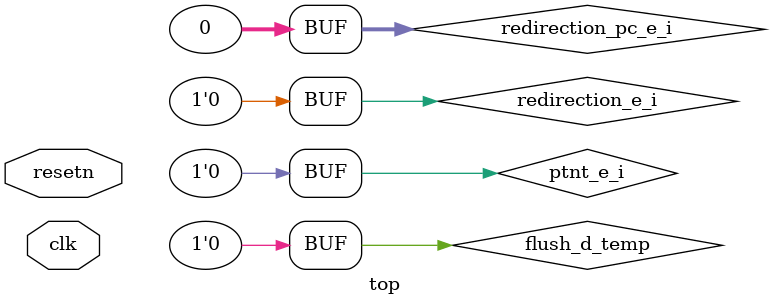
<source format=v>
`ifndef __TOP__
`define __TOP__

/*
file: MCU Core top, five stage pipeline MCU core
author: fujie
time: 2023年 5月 6日 星期六 16时03分58秒 CST
*/
`include "definitions.vh"
// `include "pipelineIF.v"
`include "pipelineIF_withFIFO.v"
`include "pipelineID.v"
`include "pipelineEXE.v"
// `include "pipelineMEM.v"
`include "pipelineMEM_withloadstore.v"
`include "pipelineWB.v"
`include "regfile.v"
`include "hazard.v"

module top(
    input wire clk,
    input wire resetn
);

    // =========================================================================
    // =============================== variables ===============================
    // =========================================================================
    // hazard sigals
    wire is_b_d_o;              
    wire is_j_d_o ;             
    wire is_load_d_o;           
    wire is_m_d_o;             
    wire is_d_d_o;
    wire  dst_en_d_o;
    wire fin_w_d_o;          
    wire pre_taken_d_o;         
    wire real_taken_e_o;        
    wire [4:0] r_dst_d_o;       
    wire [4:0] r_src1_d_o;            
    wire [4:0] r_src2_d_o;            
    wire [1:0] src1_sel_d_i;
    wire [1:0] src2_sel_d_i;
    wire fd_st_f_i;           
    wire de_st_d_i;            
    wire em_st_e_i; 
    // IF stage instance signals
    wire [31:0]	instruction_f_o;
    wire        is_compress_d_i;
    // ID stage instance signals
    wire [31:0] redirection_pc_e_i;
    wire        redirection_e_i;
    wire        ptnt_e_i;
    wire [31:0]	redirection_d_o;
    wire 	taken_d_o;
    wire [20:0]	alu_op_d_o;
    wire [31:0]	rs1_d_o;
    wire [31:0]	rs2_d_o;
    wire [ 2:0]	dmem_type_d_o;
    wire [31:0]	extended_imm_d_o;
    wire [31:0]	pc_plus4_d_o;
    wire 	reg_write_en_d_o;
    wire [ 4:0]	rd_idx_d_o;
    wire [ 3:0]	resultSrc_d_o;
    wire 	instrIllegal_d_o;
    wire     rs1_depended_h_o;
    wire    jalr_d_o;
    wire    flush_jal_d_o;
    wire [1:0] mul_state_d_o;
    wire    d_advance_d_o;
    wire    d_init_d_o;
    wire    div_last_d_o;
    wire    flush_d_temp; // temp flush ID, because Hazard has 1 cycle more delay
    assign flush_d_temp = 1'b0;

    // EXE instance
    wire        redirection_e_o;
    wire [31:0] redirection_pc_e_o;      
    wire [31:0]	aluResult_e_o;
    wire [ 3:0]	dMemType_e_o;
    wire [31:0]	extendedImm_e_o;
    wire [31:0]	pcPlus4_e_o;
    wire 	regWriteEn_e_o;
    wire [ 4:0]	rdIdx_e_o;
    wire [ 3:0]	resultSrc_e_o;
    wire 	instrIllegal_e_o;
    wire [31:0] bypass_e_o;

    // MEM stage instance signals
    wire [31:0]	mem_read_data_m_o;
    wire [31:0]	alu_result_m_o;
    wire [31:0]	extended_imm_m_o;
    wire [31:0]	pc_plus4_m_o;
    wire 	reg_write_en_m_o;
    wire [ 4:0]	rd_idx_m_o;
    wire [ 3:0]	result_src_m_o;
    wire [31:0] bypass_m_o;
    // WB stage instance signals
    wire 	reg_write_en_w_o;
    wire [ 4:0]	rd_idx_w_o;
    wire [31:0]	write_back_data_w_o;

    // =========================================================================
    // ============================ implementation =============================
    // =========================================================================

    //TODO: delete this when EXE add these signals
    // wire [31:0] redirection_pc_e_i;
    // wire        redirection_e_i;
    // wire        ptnt_e_i;
    assign ptnt_e_i = 1'b0;
    assign redirection_e_i = 1'b0;
    assign redirection_pc_e_i = 32'h0;

    
    // pipeline resetn signals
    // IF stage instance
    pipelineIF_withFIFO u_pipeline_withFIFO(
        //ports
        .clk            		( clk            		),
        .resetn         		( resetn        		),
        .enable         		( ~ fd_st_f_i      		),
        .redirection_d_i 		( redirection_d_o 		),
        .taken_d_i       		( taken_d_o       		),
        .is_compress_d_i        (is_compress_d_i        ),
        .flush_i                ( flush_jal_d_o         ), // TODO: add flush from EXE
        .instruction_f_o 		( instruction_f_o 		)
    );

    // ID stage instance
    pipelineID u_pipelineID(
        //ports
        .clk              		( clk              		),
        .resetn           		( resetn            	),
        .enable           		( ~ de_st_d_i      		),
        .instruction_f_i   		( instruction_f_o  		),
        .redirection_pc_e_i     ( redirection_pc_e_i    ),
        .redirection_e_i        ( redirection_e_i       ),
        .ptnt_e_i               ( ptnt_e_i              ),
        .reg_write_en_w_i  		( reg_write_en_w_o    	),
        .rd_idx_w_i        		( rd_idx_w_o       		),
        .write_back_data_w_i 	( write_back_data_w_o 	),
        .rs1_depended_h_i   	( rs1_depended_h_o   	),
        .flush_i                ( flush_d_temp             ), // TODO: temp flush, replaced by hazard flush
        .src1_sel_d_i           ( src1_sel_d_i          ),
        .src2_sel_d_i           ( src2_sel_d_i          ),
        .bypass_e_o             ( bypass_e_o            ),
        .bypass_m_o             ( bypass_m_o            ),
        .redirection_d_o   		( redirection_d_o   	),
        .taken_d_o         		( taken_d_o         	),
        .flush_jal_d_o          ( flush_jal_d_o         ),
        .is_compressed_d_o      ( is_compress_d_i       ),
        .alu_op_d_o         	( alu_op_d_o         	),
        .jalr_d_o               ( jalr_d_o              ),
        .rs1_d_o           		( rs1_d_o           	),
        .rs2_d_o           		( rs2_d_o           	),
        .dmem_type_d_o      	( dmem_type_d_o      	),
        .extended_imm_d_o   	( extended_imm_d_o   	),
        .pc_next_d_o        	( pc_plus4_d_o       	),
        .reg_write_en_d_o    	( reg_write_en_d_o    	),
        .rd_idx_d_o         	( rd_idx_d_o         	),
        .result_src_d_o     	( resultSrc_d_o     	),
        .instr_illegal_d_o  	( instrIllegal_d_o  	),
        .is_d_d_o               ( is_d_d_o              ),
        .is_m_d_o               ( is_m_d_o              ),
        .is_b_d_o               ( is_b_d_o              ),
        .is_j_d_o               ( is_j_d_o              ),
        .is_load_d_o            ( is_load_d_o           ),
        .dst_en_d_o             ( dst_en_d_o            ),
        .fin_d_o                ( fin_d_o               ),
        .pre_taken_d_o          ( pre_taken_d_o         ),
        .r_dst_d_o              ( r_dst_d_o             ),
        .r_src1_d_o             ( r_src1_d_o            ),
        .r_src2_d_o             ( r_src2_d_o            ),
        .mul_state_d_o          ( mul_state_d_o         ),
        .div_last_d_o           ( div_last_d_o          ),
        .d_advance_d_o          ( d_advance_d_o         ),
        .d_init_d_o             ( d_init_d_o            )
        
    );

    pipelineEXE u_pipelineEXE(
        //ports
        .clk             		( clk             		),
        .resetn           		( exe_resetn           	),
        .st_e_i                 ( em_st_e_i             ),
        .alu_op_d_i        		( alu_op_d_o        	),
        .rs1_d_i          		( rs1_d_o          		),
        .rs2_d_i          		( rs2_d_o          		),
        .extended_imm_d_i  		( extended_imm_d_o  	),
        .pc_plus4_d_i      		( pc_plus4_d_o      	),
        .taken_d_i              ( taken_d_o             ),
        .prediction_pc_d_i      ( redirection_d_o       ),
        .flush_e_i              ( flush_exe_e_o         ),
        .redirection_e_o        ( redirection_e_o       ),
        .redirection_pc_e_o     ( redirection_pc_e_o    ),
        .jalr_d_i               ( jalr_d_o              ),
        .dmem_type_d_i     		( dmem_type_d_o     	),
        .reg_write_en_d_i   	( reg_write_en_d_o   	),
        .rd_idx_d_i        		( rd_idx_d_o        	),
        .result_src_d_i    		( resultSrc_d_o    		),
        .instr_illegal_d_i 		( instrIllegal_d_o 		),
        .d_advance_d_o          ( d_advance_d_o         ),
        .d_init_d_o             ( d_init_d_o            ),
        .mul_state_d_o          ( mul_state_d_o         ),
        .div_last_d_o           ( div_last_d_o          ),
        .alu_result_e_o    		( aluResult_e_o    		),
        .dmem_type_e_o     		( dMemType_e_o     		),
        .extended_imm_e_o  		( extendedImm_e_o  		),
        .pc_plus4_e_o      		( pcPlus4_e_o      		),
        .reg_write_en_e_o   	( regWriteEn_e_o   		),
        .rd_idx_e_o        		( rdIdx_e_o        		),
        .result_src_e_o    		( resultSrc_e_o    		),
        .instr_illegal_e_o 		( instrIllegal_e_o 		),
        .real_taken_e_o         ( real_taken_e_o        ),
        .bypass_e_o             ( bypass_e_o            )
    );

    // MEM stage instance
    pipelineMEM_withloadstore u_pipelineMEM_withloadstore(
        //ports
        .clk             		( clk             		),
        .resetn           		( resetn           		),
        .alu_result_e_i    		( aluResult_e_o    		),
        .dmem_type_e_i     		( dMemType_e_o     		),
        .extended_imm_e_i  		( extendedImm_e_o  		),
        .pc_plus_e_i      		( pcPlus4_e_o      		),
        .reg_write_en_e_i   	( regWriteEn_e_o   		),
        .rd_idx_e_i        		( rdIdx_e_o        		),
        .result_src_e_i    		( resultSrc_e_o    		),
        .mem_read_data_m_o  	( mem_read_data_m_o  	),
        .alu_result_m_o    		( alu_result_m_o    	),
        .extended_imm_m_o  		( extended_imm_m_o  	),
        .pc_plus_m_o      		( pc_plus4_m_o      	),
        .reg_write_en_m_o   	( reg_write_en_m_o   	),
        .rd_idx_m_o        		( rd_idx_m_o        	),
        .result_src_m_o    		( result_src_m_o    	),
        .bypass_m_o             ( bypass_m_o            )
    );

    // WB stage instance
    pipelineWB u_pipelineWB(
        //ports
        .alu_result_m_i     	( alu_result_m_o     	),
        .mem_read_data_m_i  	( mem_read_data_m_o   	),
        .extended_imm_m_i   	( extended_imm_m_o   	),
        .pc_plus4_m_i       	( pc_plus4_m_o       	),
        .reg_write_en_m_i   	( reg_write_en_m_o    	),
        .rd_idx_m_i          	( rd_idx_m_o        	),
        .result_src_m_i     	( result_src_m_o     	),
        .reg_write_en_w_o    	( reg_write_en_w_o    	),
        .rd_idx_w_o          	( rd_idx_w_o         	),
        .write_back_data_w_o 	( write_back_data_w_o 	)
    );

    hazard hu(
        .is_b                   ( is_b_d_o              ),
        .is_j                   ( is_j_d_o              ),
        .is_load                ( is_load_d_o           ),
        .is_m                   ( is_m_d_o              ),
        .is_d                   ( is_d_d_o              ),
        .dst_en                 ( dst_en_d_o            ),
        .fin                    ( fin_w_d_o             ),
        .pre_taken              ( pre_taken_d_o         ),
        .real_taken             ( real_taken_e_o        ),
        .r_dst                  ( r_dst_d_o             ),
        .r_src1                 ( r_src1_d_o            ),
        .r_src2                 ( r_src2_d_o            ),
        .src1_sel               ( src1_sel_d_i          ),
        .src2_sel               ( src2_sel_d_i          ),
        .f_cmiss                ( 1'b0                  ),
        .m_cmiss                ( 1'b0                  ),
        .f_arrival              ( 1'b0                  ),
        .m_arrival              ( 1'b0                  ),
        .fd_st                  ( fd_st_f_i             ),
        .de_st                  ( de_st_d_i             ),
        .em_st                  ( em_st_e_i             ),
        .mw_st                  (),
        .rs1_depended_h_o       ( rs1_depended_h_o      ),
        .flush_o                ( flush_d_i             ),
        .rstn                   ( resetn                ),
        .clk                    ( clk                   )
    );

endmodule
`endif

</source>
